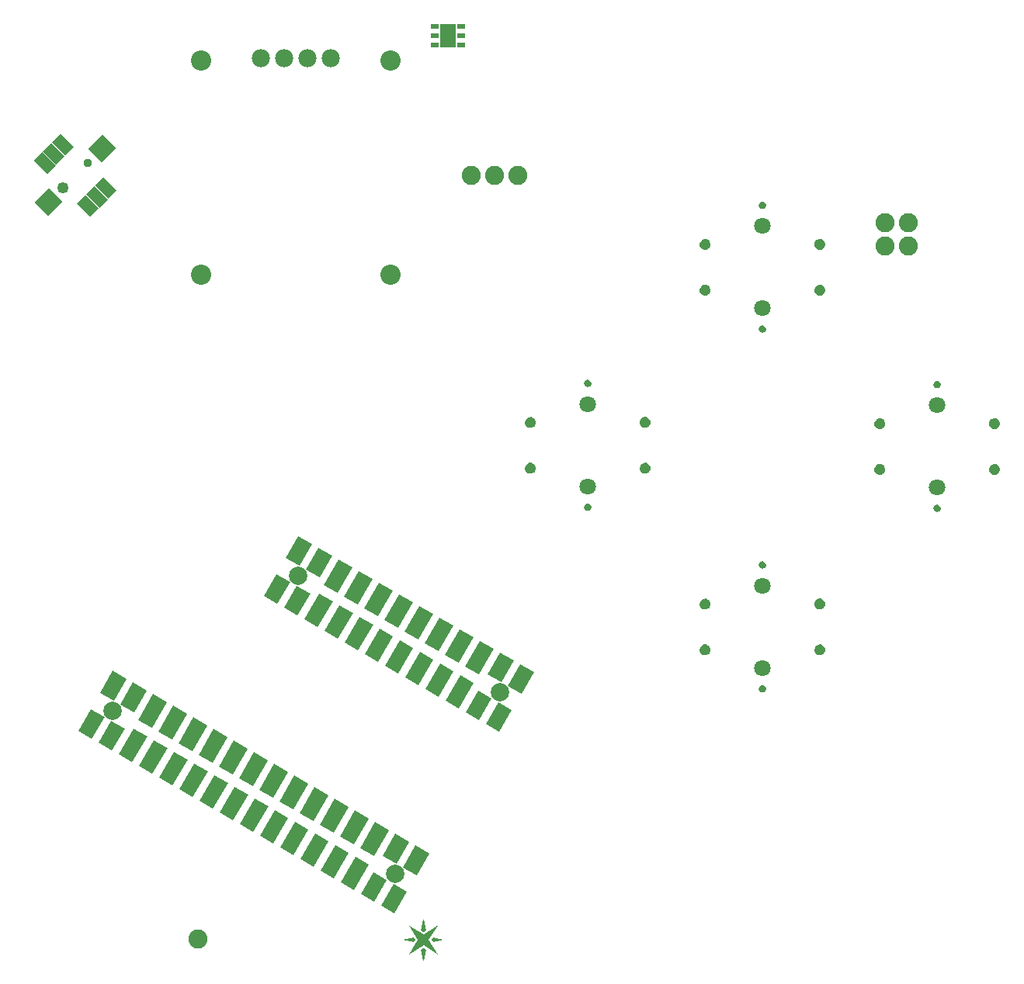
<source format=gbr>
G04 EAGLE Gerber RS-274X export*
G75*
%MOMM*%
%FSLAX34Y34*%
%LPD*%
%AMOC8*
5,1,8,0,0,1.08239X$1,22.5*%
G01*
%ADD10C,1.803200*%
%ADD11C,2.082800*%
%ADD12R,2.053200X1.303200*%
%ADD13R,2.103200X2.203200*%
%ADD14C,0.953200*%
%ADD15C,1.253200*%
%ADD16R,1.700000X2.600000*%
%ADD17R,0.950000X0.550000*%
%ADD18C,1.981200*%
%ADD19C,2.203200*%
%ADD20R,2.743200X1.727200*%
%ADD21R,3.251200X1.727200*%
%ADD22C,2.003200*%

G36*
X535179Y63890D02*
X535179Y63890D01*
X535205Y63885D01*
X535225Y63899D01*
X535249Y63904D01*
X535264Y63926D01*
X535285Y63942D01*
X535289Y63966D01*
X535302Y63986D01*
X535297Y64015D01*
X535300Y64039D01*
X535289Y64056D01*
X535285Y64076D01*
X525167Y80011D01*
X534777Y95437D01*
X534781Y95460D01*
X534794Y95480D01*
X534788Y95507D01*
X534793Y95535D01*
X534778Y95553D01*
X534774Y95576D01*
X534750Y95591D01*
X534733Y95613D01*
X534710Y95616D01*
X534690Y95629D01*
X534661Y95622D01*
X534636Y95625D01*
X534620Y95614D01*
X534601Y95610D01*
X519429Y85748D01*
X504003Y95357D01*
X503980Y95361D01*
X503962Y95374D01*
X503934Y95368D01*
X503905Y95373D01*
X503887Y95359D01*
X503865Y95354D01*
X503850Y95330D01*
X503827Y95313D01*
X503824Y95291D01*
X503812Y95272D01*
X503818Y95241D01*
X503815Y95216D01*
X503826Y95201D01*
X503829Y95182D01*
X513439Y80009D01*
X503828Y64328D01*
X503825Y64305D01*
X503812Y64286D01*
X503818Y64258D01*
X503814Y64231D01*
X503828Y64212D01*
X503833Y64189D01*
X503857Y64175D01*
X503874Y64152D01*
X503897Y64150D01*
X503916Y64137D01*
X503946Y64144D01*
X503971Y64141D01*
X503987Y64152D01*
X504005Y64156D01*
X519430Y74271D01*
X535108Y63903D01*
X535132Y63898D01*
X535152Y63884D01*
X535179Y63890D01*
G37*
G36*
X951503Y833128D02*
X951503Y833128D01*
X951592Y833126D01*
X952782Y833283D01*
X952830Y833298D01*
X952920Y833317D01*
X954045Y833735D01*
X954089Y833761D01*
X954172Y833799D01*
X955176Y834457D01*
X955213Y834492D01*
X955286Y834548D01*
X956118Y835412D01*
X956146Y835454D01*
X956205Y835525D01*
X956824Y836553D01*
X956842Y836601D01*
X956883Y836682D01*
X957258Y837823D01*
X957265Y837873D01*
X957287Y837962D01*
X957399Y839157D01*
X957394Y839207D01*
X957396Y839296D01*
X957249Y840447D01*
X957234Y840495D01*
X957216Y840585D01*
X956817Y841675D01*
X956791Y841718D01*
X956753Y841802D01*
X956121Y842775D01*
X956087Y842812D01*
X956031Y842885D01*
X955199Y843693D01*
X955157Y843722D01*
X955086Y843780D01*
X954095Y844383D01*
X954048Y844401D01*
X953966Y844443D01*
X952865Y844810D01*
X952815Y844817D01*
X952726Y844840D01*
X951571Y844953D01*
X951521Y844949D01*
X951425Y844950D01*
X950227Y844789D01*
X950179Y844774D01*
X950089Y844755D01*
X948957Y844331D01*
X948913Y844306D01*
X948830Y844267D01*
X947820Y843602D01*
X947784Y843567D01*
X947711Y843511D01*
X946875Y842639D01*
X946847Y842597D01*
X946788Y842526D01*
X946167Y841489D01*
X946149Y841442D01*
X946108Y841360D01*
X945733Y840210D01*
X945726Y840160D01*
X945704Y840071D01*
X945595Y838867D01*
X945599Y838817D01*
X945598Y838725D01*
X945753Y837577D01*
X945768Y837529D01*
X945787Y837440D01*
X946194Y836356D01*
X946220Y836312D01*
X946258Y836229D01*
X946896Y835263D01*
X946930Y835226D01*
X946987Y835154D01*
X947823Y834353D01*
X947865Y834325D01*
X947936Y834267D01*
X948930Y833673D01*
X948977Y833655D01*
X949059Y833614D01*
X950160Y833256D01*
X950210Y833249D01*
X950299Y833227D01*
X951452Y833123D01*
X951503Y833128D01*
G37*
G36*
X826484Y833102D02*
X826484Y833102D01*
X826574Y833101D01*
X827764Y833258D01*
X827812Y833273D01*
X827901Y833292D01*
X829027Y833710D01*
X829070Y833736D01*
X829153Y833774D01*
X830158Y834432D01*
X830194Y834466D01*
X830267Y834522D01*
X831099Y835387D01*
X831127Y835429D01*
X831186Y835500D01*
X831805Y836528D01*
X831823Y836575D01*
X831864Y836657D01*
X832239Y837797D01*
X832246Y837847D01*
X832268Y837936D01*
X832380Y839132D01*
X832376Y839182D01*
X832378Y839271D01*
X832231Y840422D01*
X832216Y840470D01*
X832197Y840560D01*
X831798Y841649D01*
X831772Y841693D01*
X831734Y841777D01*
X831102Y842750D01*
X831068Y842787D01*
X831012Y842860D01*
X830180Y843668D01*
X830138Y843696D01*
X830067Y843755D01*
X829076Y844358D01*
X829029Y844376D01*
X828947Y844418D01*
X827846Y844785D01*
X827796Y844792D01*
X827707Y844814D01*
X826552Y844927D01*
X826502Y844923D01*
X826406Y844925D01*
X825208Y844764D01*
X825160Y844748D01*
X825070Y844729D01*
X823938Y844306D01*
X823895Y844280D01*
X823811Y844242D01*
X822802Y843577D01*
X822765Y843542D01*
X822692Y843486D01*
X821856Y842613D01*
X821828Y842571D01*
X821770Y842500D01*
X821148Y841463D01*
X821130Y841416D01*
X821089Y841334D01*
X820714Y840185D01*
X820707Y840135D01*
X820686Y840046D01*
X820576Y838842D01*
X820580Y838791D01*
X820579Y838699D01*
X820734Y837552D01*
X820749Y837504D01*
X820769Y837414D01*
X821175Y836330D01*
X821201Y836287D01*
X821239Y836204D01*
X821877Y835237D01*
X821912Y835201D01*
X821968Y835128D01*
X822804Y834328D01*
X822847Y834300D01*
X822917Y834242D01*
X823911Y833648D01*
X823958Y833630D01*
X824040Y833589D01*
X825141Y833231D01*
X825191Y833224D01*
X825280Y833202D01*
X826434Y833098D01*
X826484Y833102D01*
G37*
G36*
X826458Y783191D02*
X826458Y783191D01*
X826548Y783190D01*
X827738Y783347D01*
X827786Y783362D01*
X827876Y783381D01*
X829001Y783799D01*
X829045Y783825D01*
X829128Y783863D01*
X830132Y784521D01*
X830169Y784555D01*
X830241Y784611D01*
X831074Y785476D01*
X831102Y785518D01*
X831160Y785589D01*
X831780Y786617D01*
X831798Y786664D01*
X831839Y786746D01*
X832214Y787886D01*
X832221Y787936D01*
X832243Y788025D01*
X832355Y789221D01*
X832350Y789271D01*
X832352Y789360D01*
X832205Y790511D01*
X832190Y790559D01*
X832172Y790649D01*
X831772Y791738D01*
X831747Y791782D01*
X831709Y791866D01*
X831077Y792839D01*
X831042Y792876D01*
X830987Y792949D01*
X830154Y793757D01*
X830112Y793785D01*
X830042Y793844D01*
X829050Y794447D01*
X829003Y794465D01*
X828922Y794507D01*
X827821Y794874D01*
X827771Y794881D01*
X827682Y794903D01*
X826527Y795016D01*
X826477Y795012D01*
X826381Y795014D01*
X825183Y794853D01*
X825135Y794837D01*
X825045Y794818D01*
X823913Y794395D01*
X823869Y794369D01*
X823786Y794331D01*
X822776Y793666D01*
X822739Y793631D01*
X822667Y793575D01*
X821830Y792702D01*
X821803Y792660D01*
X821744Y792589D01*
X821123Y791552D01*
X821105Y791505D01*
X821064Y791423D01*
X820689Y790274D01*
X820682Y790224D01*
X820660Y790135D01*
X820550Y788931D01*
X820555Y788880D01*
X820553Y788788D01*
X820709Y787641D01*
X820724Y787593D01*
X820743Y787503D01*
X821150Y786419D01*
X821175Y786376D01*
X821214Y786293D01*
X821852Y785326D01*
X821886Y785290D01*
X821942Y785217D01*
X822779Y784417D01*
X822821Y784389D01*
X822892Y784331D01*
X823886Y783737D01*
X823933Y783719D01*
X824015Y783678D01*
X825116Y783320D01*
X825166Y783313D01*
X825255Y783291D01*
X826408Y783187D01*
X826458Y783191D01*
G37*
G36*
X951553Y783140D02*
X951553Y783140D01*
X951643Y783139D01*
X952833Y783296D01*
X952881Y783311D01*
X952971Y783330D01*
X954096Y783748D01*
X954140Y783774D01*
X954223Y783812D01*
X955227Y784470D01*
X955264Y784504D01*
X955336Y784560D01*
X956169Y785425D01*
X956197Y785467D01*
X956255Y785538D01*
X956875Y786566D01*
X956893Y786613D01*
X956934Y786695D01*
X957309Y787836D01*
X957316Y787886D01*
X957338Y787975D01*
X957450Y789170D01*
X957445Y789220D01*
X957447Y789309D01*
X957300Y790460D01*
X957285Y790508D01*
X957267Y790598D01*
X956867Y791688D01*
X956842Y791731D01*
X956804Y791815D01*
X956172Y792788D01*
X956137Y792825D01*
X956082Y792898D01*
X955249Y793706D01*
X955207Y793734D01*
X955137Y793793D01*
X954145Y794396D01*
X954098Y794414D01*
X954017Y794456D01*
X952916Y794823D01*
X952866Y794830D01*
X952777Y794852D01*
X951622Y794965D01*
X951572Y794961D01*
X951476Y794963D01*
X950278Y794802D01*
X950230Y794787D01*
X950140Y794768D01*
X949008Y794344D01*
X948964Y794318D01*
X948881Y794280D01*
X947871Y793615D01*
X947834Y793580D01*
X947762Y793524D01*
X946925Y792651D01*
X946898Y792609D01*
X946839Y792539D01*
X946218Y791502D01*
X946200Y791454D01*
X946159Y791372D01*
X945784Y790223D01*
X945777Y790173D01*
X945755Y790084D01*
X945645Y788880D01*
X945650Y788830D01*
X945648Y788737D01*
X945804Y787590D01*
X945819Y787542D01*
X945838Y787452D01*
X946245Y786368D01*
X946270Y786325D01*
X946309Y786242D01*
X946947Y785275D01*
X946981Y785239D01*
X947037Y785166D01*
X947874Y784366D01*
X947916Y784338D01*
X947987Y784280D01*
X948981Y783686D01*
X949028Y783668D01*
X949110Y783627D01*
X950211Y783269D01*
X950261Y783262D01*
X950350Y783240D01*
X951503Y783136D01*
X951553Y783140D01*
G37*
G36*
X1016958Y587611D02*
X1016958Y587611D01*
X1017048Y587610D01*
X1018238Y587767D01*
X1018286Y587782D01*
X1018376Y587801D01*
X1019501Y588219D01*
X1019545Y588245D01*
X1019628Y588283D01*
X1020632Y588941D01*
X1020669Y588975D01*
X1020741Y589031D01*
X1021574Y589896D01*
X1021602Y589938D01*
X1021660Y590009D01*
X1022280Y591037D01*
X1022298Y591084D01*
X1022339Y591166D01*
X1022714Y592306D01*
X1022721Y592356D01*
X1022743Y592445D01*
X1022855Y593641D01*
X1022850Y593691D01*
X1022852Y593780D01*
X1022705Y594931D01*
X1022690Y594979D01*
X1022672Y595069D01*
X1022272Y596158D01*
X1022247Y596202D01*
X1022209Y596286D01*
X1021577Y597259D01*
X1021542Y597296D01*
X1021487Y597369D01*
X1020654Y598177D01*
X1020612Y598205D01*
X1020542Y598264D01*
X1019550Y598867D01*
X1019503Y598885D01*
X1019422Y598927D01*
X1018321Y599294D01*
X1018271Y599301D01*
X1018182Y599323D01*
X1017027Y599436D01*
X1016977Y599432D01*
X1016881Y599434D01*
X1015683Y599273D01*
X1015635Y599257D01*
X1015545Y599238D01*
X1014413Y598815D01*
X1014369Y598789D01*
X1014286Y598751D01*
X1013276Y598086D01*
X1013239Y598051D01*
X1013167Y597995D01*
X1012330Y597122D01*
X1012303Y597080D01*
X1012244Y597009D01*
X1011623Y595972D01*
X1011605Y595925D01*
X1011564Y595843D01*
X1011189Y594694D01*
X1011182Y594644D01*
X1011160Y594555D01*
X1011050Y593351D01*
X1011055Y593300D01*
X1011053Y593208D01*
X1011209Y592061D01*
X1011224Y592013D01*
X1011243Y591923D01*
X1011650Y590839D01*
X1011675Y590796D01*
X1011714Y590713D01*
X1012352Y589746D01*
X1012386Y589710D01*
X1012442Y589637D01*
X1013279Y588837D01*
X1013321Y588809D01*
X1013392Y588751D01*
X1014386Y588157D01*
X1014433Y588139D01*
X1014515Y588098D01*
X1015616Y587740D01*
X1015666Y587733D01*
X1015755Y587711D01*
X1016908Y587607D01*
X1016958Y587611D01*
G37*
G36*
X951553Y390710D02*
X951553Y390710D01*
X951643Y390709D01*
X952833Y390866D01*
X952881Y390881D01*
X952971Y390900D01*
X954096Y391318D01*
X954140Y391344D01*
X954223Y391382D01*
X955227Y392040D01*
X955264Y392074D01*
X955336Y392130D01*
X956169Y392995D01*
X956197Y393037D01*
X956255Y393108D01*
X956875Y394136D01*
X956893Y394183D01*
X956934Y394265D01*
X957309Y395406D01*
X957316Y395456D01*
X957338Y395545D01*
X957450Y396740D01*
X957445Y396790D01*
X957447Y396879D01*
X957300Y398030D01*
X957285Y398078D01*
X957267Y398168D01*
X956867Y399258D01*
X956842Y399301D01*
X956804Y399385D01*
X956172Y400358D01*
X956137Y400395D01*
X956082Y400468D01*
X955249Y401276D01*
X955207Y401304D01*
X955137Y401363D01*
X954145Y401966D01*
X954098Y401984D01*
X954017Y402026D01*
X952916Y402393D01*
X952866Y402400D01*
X952777Y402422D01*
X951622Y402535D01*
X951572Y402531D01*
X951476Y402533D01*
X950278Y402372D01*
X950230Y402357D01*
X950140Y402338D01*
X949008Y401914D01*
X948964Y401888D01*
X948881Y401850D01*
X947871Y401185D01*
X947834Y401150D01*
X947762Y401094D01*
X946925Y400221D01*
X946898Y400179D01*
X946839Y400109D01*
X946218Y399072D01*
X946200Y399024D01*
X946159Y398942D01*
X945784Y397793D01*
X945777Y397743D01*
X945755Y397654D01*
X945645Y396450D01*
X945650Y396400D01*
X945648Y396307D01*
X945804Y395160D01*
X945819Y395112D01*
X945838Y395022D01*
X946245Y393938D01*
X946270Y393895D01*
X946309Y393812D01*
X946947Y392845D01*
X946981Y392809D01*
X947037Y392736D01*
X947874Y391936D01*
X947916Y391908D01*
X947987Y391850D01*
X948981Y391256D01*
X949028Y391238D01*
X949110Y391197D01*
X950211Y390839D01*
X950261Y390832D01*
X950350Y390810D01*
X951503Y390706D01*
X951553Y390710D01*
G37*
G36*
X826458Y390761D02*
X826458Y390761D01*
X826548Y390760D01*
X827738Y390917D01*
X827786Y390932D01*
X827876Y390951D01*
X829001Y391369D01*
X829045Y391395D01*
X829128Y391433D01*
X830132Y392091D01*
X830169Y392125D01*
X830241Y392181D01*
X831074Y393046D01*
X831102Y393088D01*
X831160Y393159D01*
X831780Y394187D01*
X831798Y394234D01*
X831839Y394316D01*
X832214Y395456D01*
X832221Y395506D01*
X832243Y395595D01*
X832355Y396791D01*
X832350Y396841D01*
X832352Y396930D01*
X832205Y398081D01*
X832190Y398129D01*
X832172Y398219D01*
X831772Y399308D01*
X831747Y399352D01*
X831709Y399436D01*
X831077Y400409D01*
X831042Y400446D01*
X830987Y400519D01*
X830154Y401327D01*
X830112Y401355D01*
X830042Y401414D01*
X829050Y402017D01*
X829003Y402035D01*
X828922Y402077D01*
X827821Y402444D01*
X827771Y402451D01*
X827682Y402473D01*
X826527Y402586D01*
X826477Y402582D01*
X826381Y402584D01*
X825183Y402423D01*
X825135Y402407D01*
X825045Y402388D01*
X823913Y401965D01*
X823869Y401939D01*
X823786Y401901D01*
X822776Y401236D01*
X822739Y401201D01*
X822667Y401145D01*
X821830Y400272D01*
X821803Y400230D01*
X821744Y400159D01*
X821123Y399122D01*
X821105Y399075D01*
X821064Y398993D01*
X820689Y397844D01*
X820682Y397794D01*
X820660Y397705D01*
X820550Y396501D01*
X820555Y396450D01*
X820553Y396358D01*
X820709Y395211D01*
X820724Y395163D01*
X820743Y395073D01*
X821150Y393989D01*
X821175Y393946D01*
X821214Y393863D01*
X821852Y392896D01*
X821886Y392860D01*
X821942Y392787D01*
X822779Y391987D01*
X822821Y391959D01*
X822892Y391901D01*
X823886Y391307D01*
X823933Y391289D01*
X824015Y391248D01*
X825116Y390890D01*
X825166Y390883D01*
X825255Y390861D01*
X826408Y390757D01*
X826458Y390761D01*
G37*
G36*
X761003Y638818D02*
X761003Y638818D01*
X761092Y638816D01*
X762282Y638973D01*
X762330Y638988D01*
X762420Y639007D01*
X763545Y639425D01*
X763589Y639451D01*
X763672Y639489D01*
X764676Y640147D01*
X764713Y640182D01*
X764786Y640238D01*
X765618Y641102D01*
X765646Y641144D01*
X765705Y641215D01*
X766324Y642243D01*
X766342Y642291D01*
X766383Y642372D01*
X766758Y643513D01*
X766765Y643563D01*
X766787Y643652D01*
X766899Y644847D01*
X766894Y644897D01*
X766896Y644986D01*
X766749Y646137D01*
X766734Y646185D01*
X766716Y646275D01*
X766317Y647365D01*
X766291Y647408D01*
X766253Y647492D01*
X765621Y648465D01*
X765587Y648502D01*
X765531Y648575D01*
X764699Y649383D01*
X764657Y649412D01*
X764586Y649470D01*
X763595Y650073D01*
X763548Y650091D01*
X763466Y650133D01*
X762365Y650500D01*
X762315Y650507D01*
X762226Y650530D01*
X761071Y650643D01*
X761021Y650639D01*
X760925Y650640D01*
X759727Y650479D01*
X759679Y650464D01*
X759589Y650445D01*
X758457Y650021D01*
X758413Y649996D01*
X758330Y649957D01*
X757320Y649292D01*
X757284Y649257D01*
X757211Y649201D01*
X756375Y648329D01*
X756347Y648287D01*
X756288Y648216D01*
X755667Y647179D01*
X755649Y647132D01*
X755608Y647050D01*
X755233Y645900D01*
X755226Y645850D01*
X755204Y645761D01*
X755095Y644557D01*
X755099Y644507D01*
X755098Y644415D01*
X755253Y643267D01*
X755268Y643219D01*
X755287Y643130D01*
X755694Y642046D01*
X755720Y642002D01*
X755758Y641919D01*
X756396Y640953D01*
X756430Y640916D01*
X756487Y640844D01*
X757323Y640043D01*
X757365Y640015D01*
X757436Y639957D01*
X758430Y639363D01*
X758477Y639345D01*
X758559Y639304D01*
X759660Y638946D01*
X759710Y638939D01*
X759799Y638917D01*
X760952Y638813D01*
X761003Y638818D01*
G37*
G36*
X635984Y638792D02*
X635984Y638792D01*
X636074Y638791D01*
X637264Y638948D01*
X637312Y638963D01*
X637401Y638982D01*
X638527Y639400D01*
X638570Y639426D01*
X638653Y639464D01*
X639658Y640122D01*
X639694Y640156D01*
X639767Y640212D01*
X640599Y641077D01*
X640627Y641119D01*
X640686Y641190D01*
X641305Y642218D01*
X641323Y642265D01*
X641364Y642347D01*
X641739Y643487D01*
X641746Y643537D01*
X641768Y643626D01*
X641880Y644822D01*
X641876Y644872D01*
X641878Y644961D01*
X641731Y646112D01*
X641716Y646160D01*
X641697Y646250D01*
X641298Y647339D01*
X641272Y647383D01*
X641234Y647467D01*
X640602Y648440D01*
X640568Y648477D01*
X640512Y648550D01*
X639680Y649358D01*
X639638Y649386D01*
X639567Y649445D01*
X638576Y650048D01*
X638529Y650066D01*
X638447Y650108D01*
X637346Y650475D01*
X637296Y650482D01*
X637207Y650504D01*
X636052Y650617D01*
X636002Y650613D01*
X635906Y650615D01*
X634708Y650454D01*
X634660Y650438D01*
X634570Y650419D01*
X633438Y649996D01*
X633395Y649970D01*
X633311Y649932D01*
X632302Y649267D01*
X632265Y649232D01*
X632192Y649176D01*
X631356Y648303D01*
X631328Y648261D01*
X631270Y648190D01*
X630648Y647153D01*
X630630Y647106D01*
X630589Y647024D01*
X630214Y645875D01*
X630207Y645825D01*
X630186Y645736D01*
X630076Y644532D01*
X630080Y644481D01*
X630079Y644389D01*
X630234Y643242D01*
X630249Y643194D01*
X630269Y643104D01*
X630675Y642020D01*
X630701Y641977D01*
X630739Y641894D01*
X631377Y640927D01*
X631412Y640891D01*
X631468Y640818D01*
X632304Y640018D01*
X632347Y639990D01*
X632417Y639932D01*
X633411Y639338D01*
X633458Y639320D01*
X633540Y639279D01*
X634641Y638921D01*
X634691Y638914D01*
X634780Y638892D01*
X635934Y638788D01*
X635984Y638792D01*
G37*
G36*
X1142003Y637548D02*
X1142003Y637548D01*
X1142092Y637546D01*
X1143282Y637703D01*
X1143330Y637718D01*
X1143420Y637737D01*
X1144545Y638155D01*
X1144589Y638181D01*
X1144672Y638219D01*
X1145676Y638877D01*
X1145713Y638912D01*
X1145786Y638968D01*
X1146618Y639832D01*
X1146646Y639874D01*
X1146705Y639945D01*
X1147324Y640973D01*
X1147342Y641021D01*
X1147383Y641102D01*
X1147758Y642243D01*
X1147765Y642293D01*
X1147787Y642382D01*
X1147899Y643577D01*
X1147894Y643627D01*
X1147896Y643716D01*
X1147749Y644867D01*
X1147734Y644915D01*
X1147716Y645005D01*
X1147317Y646095D01*
X1147291Y646138D01*
X1147253Y646222D01*
X1146621Y647195D01*
X1146587Y647232D01*
X1146531Y647305D01*
X1145699Y648113D01*
X1145657Y648142D01*
X1145586Y648200D01*
X1144595Y648803D01*
X1144548Y648821D01*
X1144466Y648863D01*
X1143365Y649230D01*
X1143315Y649237D01*
X1143226Y649260D01*
X1142071Y649373D01*
X1142021Y649369D01*
X1141925Y649370D01*
X1140727Y649209D01*
X1140679Y649194D01*
X1140589Y649175D01*
X1139457Y648751D01*
X1139413Y648726D01*
X1139330Y648687D01*
X1138320Y648022D01*
X1138284Y647987D01*
X1138211Y647931D01*
X1137375Y647059D01*
X1137347Y647017D01*
X1137288Y646946D01*
X1136667Y645909D01*
X1136649Y645862D01*
X1136608Y645780D01*
X1136233Y644630D01*
X1136226Y644580D01*
X1136204Y644491D01*
X1136095Y643287D01*
X1136099Y643237D01*
X1136098Y643145D01*
X1136253Y641997D01*
X1136268Y641949D01*
X1136287Y641860D01*
X1136694Y640776D01*
X1136720Y640732D01*
X1136758Y640649D01*
X1137396Y639683D01*
X1137430Y639646D01*
X1137487Y639574D01*
X1138323Y638773D01*
X1138365Y638745D01*
X1138436Y638687D01*
X1139430Y638093D01*
X1139477Y638075D01*
X1139559Y638034D01*
X1140660Y637676D01*
X1140710Y637669D01*
X1140799Y637647D01*
X1141952Y637543D01*
X1142003Y637548D01*
G37*
G36*
X1016984Y637522D02*
X1016984Y637522D01*
X1017074Y637521D01*
X1018264Y637678D01*
X1018312Y637693D01*
X1018401Y637712D01*
X1019527Y638130D01*
X1019570Y638156D01*
X1019653Y638194D01*
X1020658Y638852D01*
X1020694Y638886D01*
X1020767Y638942D01*
X1021599Y639807D01*
X1021627Y639849D01*
X1021686Y639920D01*
X1022305Y640948D01*
X1022323Y640995D01*
X1022364Y641077D01*
X1022739Y642217D01*
X1022746Y642267D01*
X1022768Y642356D01*
X1022880Y643552D01*
X1022876Y643602D01*
X1022878Y643691D01*
X1022731Y644842D01*
X1022716Y644890D01*
X1022697Y644980D01*
X1022298Y646069D01*
X1022272Y646113D01*
X1022234Y646197D01*
X1021602Y647170D01*
X1021568Y647207D01*
X1021512Y647280D01*
X1020680Y648088D01*
X1020638Y648116D01*
X1020567Y648175D01*
X1019576Y648778D01*
X1019529Y648796D01*
X1019447Y648838D01*
X1018346Y649205D01*
X1018296Y649212D01*
X1018207Y649234D01*
X1017052Y649347D01*
X1017002Y649343D01*
X1016906Y649345D01*
X1015708Y649184D01*
X1015660Y649168D01*
X1015570Y649149D01*
X1014438Y648726D01*
X1014395Y648700D01*
X1014311Y648662D01*
X1013302Y647997D01*
X1013265Y647962D01*
X1013192Y647906D01*
X1012356Y647033D01*
X1012328Y646991D01*
X1012270Y646920D01*
X1011648Y645883D01*
X1011630Y645836D01*
X1011589Y645754D01*
X1011214Y644605D01*
X1011207Y644555D01*
X1011186Y644466D01*
X1011076Y643262D01*
X1011080Y643211D01*
X1011079Y643119D01*
X1011234Y641972D01*
X1011249Y641924D01*
X1011269Y641834D01*
X1011675Y640750D01*
X1011701Y640707D01*
X1011739Y640624D01*
X1012377Y639657D01*
X1012412Y639621D01*
X1012468Y639548D01*
X1013304Y638748D01*
X1013347Y638720D01*
X1013417Y638662D01*
X1014411Y638068D01*
X1014458Y638050D01*
X1014540Y638009D01*
X1015641Y637651D01*
X1015691Y637644D01*
X1015780Y637622D01*
X1016934Y637518D01*
X1016984Y637522D01*
G37*
G36*
X635958Y588881D02*
X635958Y588881D01*
X636048Y588880D01*
X637238Y589037D01*
X637286Y589052D01*
X637376Y589071D01*
X638501Y589489D01*
X638545Y589515D01*
X638628Y589553D01*
X639632Y590211D01*
X639669Y590245D01*
X639741Y590301D01*
X640574Y591166D01*
X640602Y591208D01*
X640660Y591279D01*
X641280Y592307D01*
X641298Y592354D01*
X641339Y592436D01*
X641714Y593576D01*
X641721Y593626D01*
X641743Y593715D01*
X641855Y594911D01*
X641850Y594961D01*
X641852Y595050D01*
X641705Y596201D01*
X641690Y596249D01*
X641672Y596339D01*
X641272Y597428D01*
X641247Y597472D01*
X641209Y597556D01*
X640577Y598529D01*
X640542Y598566D01*
X640487Y598639D01*
X639654Y599447D01*
X639612Y599475D01*
X639542Y599534D01*
X638550Y600137D01*
X638503Y600155D01*
X638422Y600197D01*
X637321Y600564D01*
X637271Y600571D01*
X637182Y600593D01*
X636027Y600706D01*
X635977Y600702D01*
X635881Y600704D01*
X634683Y600543D01*
X634635Y600527D01*
X634545Y600508D01*
X633413Y600085D01*
X633369Y600059D01*
X633286Y600021D01*
X632276Y599356D01*
X632239Y599321D01*
X632167Y599265D01*
X631330Y598392D01*
X631303Y598350D01*
X631244Y598279D01*
X630623Y597242D01*
X630605Y597195D01*
X630564Y597113D01*
X630189Y595964D01*
X630182Y595914D01*
X630160Y595825D01*
X630050Y594621D01*
X630055Y594570D01*
X630053Y594478D01*
X630209Y593331D01*
X630224Y593283D01*
X630243Y593193D01*
X630650Y592109D01*
X630675Y592066D01*
X630714Y591983D01*
X631352Y591016D01*
X631386Y590980D01*
X631442Y590907D01*
X632279Y590107D01*
X632321Y590079D01*
X632392Y590021D01*
X633386Y589427D01*
X633433Y589409D01*
X633515Y589368D01*
X634616Y589010D01*
X634666Y589003D01*
X634755Y588981D01*
X635908Y588877D01*
X635958Y588881D01*
G37*
G36*
X761053Y588830D02*
X761053Y588830D01*
X761143Y588829D01*
X762333Y588986D01*
X762381Y589001D01*
X762471Y589020D01*
X763596Y589438D01*
X763640Y589464D01*
X763723Y589502D01*
X764727Y590160D01*
X764764Y590194D01*
X764836Y590250D01*
X765669Y591115D01*
X765697Y591157D01*
X765755Y591228D01*
X766375Y592256D01*
X766393Y592303D01*
X766434Y592385D01*
X766809Y593526D01*
X766816Y593576D01*
X766838Y593665D01*
X766950Y594860D01*
X766945Y594910D01*
X766947Y594999D01*
X766800Y596150D01*
X766785Y596198D01*
X766767Y596288D01*
X766367Y597378D01*
X766342Y597421D01*
X766304Y597505D01*
X765672Y598478D01*
X765637Y598515D01*
X765582Y598588D01*
X764749Y599396D01*
X764707Y599424D01*
X764637Y599483D01*
X763645Y600086D01*
X763598Y600104D01*
X763517Y600146D01*
X762416Y600513D01*
X762366Y600520D01*
X762277Y600542D01*
X761122Y600655D01*
X761072Y600651D01*
X760976Y600653D01*
X759778Y600492D01*
X759730Y600477D01*
X759640Y600458D01*
X758508Y600034D01*
X758464Y600008D01*
X758381Y599970D01*
X757371Y599305D01*
X757334Y599270D01*
X757262Y599214D01*
X756425Y598341D01*
X756398Y598299D01*
X756339Y598229D01*
X755718Y597192D01*
X755700Y597144D01*
X755659Y597062D01*
X755284Y595913D01*
X755277Y595863D01*
X755255Y595774D01*
X755145Y594570D01*
X755150Y594520D01*
X755148Y594427D01*
X755304Y593280D01*
X755319Y593232D01*
X755338Y593142D01*
X755745Y592058D01*
X755770Y592015D01*
X755809Y591932D01*
X756447Y590965D01*
X756481Y590929D01*
X756537Y590856D01*
X757374Y590056D01*
X757416Y590028D01*
X757487Y589970D01*
X758481Y589376D01*
X758528Y589358D01*
X758610Y589317D01*
X759711Y588959D01*
X759761Y588952D01*
X759850Y588930D01*
X761003Y588826D01*
X761053Y588830D01*
G37*
G36*
X826484Y440672D02*
X826484Y440672D01*
X826574Y440671D01*
X827764Y440828D01*
X827812Y440843D01*
X827901Y440862D01*
X829027Y441280D01*
X829070Y441306D01*
X829153Y441344D01*
X830158Y442002D01*
X830194Y442036D01*
X830267Y442092D01*
X831099Y442957D01*
X831127Y442999D01*
X831186Y443070D01*
X831805Y444098D01*
X831823Y444145D01*
X831864Y444227D01*
X832239Y445367D01*
X832246Y445417D01*
X832268Y445506D01*
X832380Y446702D01*
X832376Y446752D01*
X832378Y446841D01*
X832231Y447992D01*
X832216Y448040D01*
X832197Y448130D01*
X831798Y449219D01*
X831772Y449263D01*
X831734Y449347D01*
X831102Y450320D01*
X831068Y450357D01*
X831012Y450430D01*
X830180Y451238D01*
X830138Y451266D01*
X830067Y451325D01*
X829076Y451928D01*
X829029Y451946D01*
X828947Y451988D01*
X827846Y452355D01*
X827796Y452362D01*
X827707Y452384D01*
X826552Y452497D01*
X826502Y452493D01*
X826406Y452495D01*
X825208Y452334D01*
X825160Y452318D01*
X825070Y452299D01*
X823938Y451876D01*
X823895Y451850D01*
X823811Y451812D01*
X822802Y451147D01*
X822765Y451112D01*
X822692Y451056D01*
X821856Y450183D01*
X821828Y450141D01*
X821770Y450070D01*
X821148Y449033D01*
X821130Y448986D01*
X821089Y448904D01*
X820714Y447755D01*
X820707Y447705D01*
X820686Y447616D01*
X820576Y446412D01*
X820580Y446361D01*
X820579Y446269D01*
X820734Y445122D01*
X820749Y445074D01*
X820769Y444984D01*
X821175Y443900D01*
X821201Y443857D01*
X821239Y443774D01*
X821877Y442807D01*
X821912Y442771D01*
X821968Y442698D01*
X822804Y441898D01*
X822847Y441870D01*
X822917Y441812D01*
X823911Y441218D01*
X823958Y441200D01*
X824040Y441159D01*
X825141Y440801D01*
X825191Y440794D01*
X825280Y440772D01*
X826434Y440668D01*
X826484Y440672D01*
G37*
G36*
X1142053Y587560D02*
X1142053Y587560D01*
X1142143Y587559D01*
X1143333Y587716D01*
X1143381Y587731D01*
X1143471Y587750D01*
X1144596Y588168D01*
X1144640Y588194D01*
X1144723Y588232D01*
X1145727Y588890D01*
X1145764Y588924D01*
X1145836Y588980D01*
X1146669Y589845D01*
X1146697Y589887D01*
X1146755Y589958D01*
X1147375Y590986D01*
X1147393Y591033D01*
X1147434Y591115D01*
X1147809Y592256D01*
X1147816Y592306D01*
X1147838Y592395D01*
X1147950Y593590D01*
X1147945Y593640D01*
X1147947Y593729D01*
X1147800Y594880D01*
X1147785Y594928D01*
X1147767Y595018D01*
X1147367Y596108D01*
X1147342Y596151D01*
X1147304Y596235D01*
X1146672Y597208D01*
X1146637Y597245D01*
X1146582Y597318D01*
X1145749Y598126D01*
X1145707Y598154D01*
X1145637Y598213D01*
X1144645Y598816D01*
X1144598Y598834D01*
X1144517Y598876D01*
X1143416Y599243D01*
X1143366Y599250D01*
X1143277Y599272D01*
X1142122Y599385D01*
X1142072Y599381D01*
X1141976Y599383D01*
X1140778Y599222D01*
X1140730Y599207D01*
X1140640Y599188D01*
X1139508Y598764D01*
X1139464Y598738D01*
X1139381Y598700D01*
X1138371Y598035D01*
X1138334Y598000D01*
X1138262Y597944D01*
X1137425Y597071D01*
X1137398Y597029D01*
X1137339Y596959D01*
X1136718Y595922D01*
X1136700Y595874D01*
X1136659Y595792D01*
X1136284Y594643D01*
X1136277Y594593D01*
X1136255Y594504D01*
X1136145Y593300D01*
X1136150Y593250D01*
X1136148Y593157D01*
X1136304Y592010D01*
X1136319Y591962D01*
X1136338Y591872D01*
X1136745Y590788D01*
X1136770Y590745D01*
X1136809Y590662D01*
X1137447Y589695D01*
X1137481Y589659D01*
X1137537Y589586D01*
X1138374Y588786D01*
X1138416Y588758D01*
X1138487Y588700D01*
X1139481Y588106D01*
X1139528Y588088D01*
X1139610Y588047D01*
X1140711Y587689D01*
X1140761Y587682D01*
X1140850Y587660D01*
X1142003Y587556D01*
X1142053Y587560D01*
G37*
G36*
X951503Y440698D02*
X951503Y440698D01*
X951592Y440696D01*
X952782Y440853D01*
X952830Y440868D01*
X952920Y440887D01*
X954045Y441305D01*
X954089Y441331D01*
X954172Y441369D01*
X955176Y442027D01*
X955213Y442062D01*
X955286Y442118D01*
X956118Y442982D01*
X956146Y443024D01*
X956205Y443095D01*
X956824Y444123D01*
X956842Y444171D01*
X956883Y444252D01*
X957258Y445393D01*
X957265Y445443D01*
X957287Y445532D01*
X957399Y446727D01*
X957394Y446777D01*
X957396Y446866D01*
X957249Y448017D01*
X957234Y448065D01*
X957216Y448155D01*
X956817Y449245D01*
X956791Y449288D01*
X956753Y449372D01*
X956121Y450345D01*
X956087Y450382D01*
X956031Y450455D01*
X955199Y451263D01*
X955157Y451292D01*
X955086Y451350D01*
X954095Y451953D01*
X954048Y451971D01*
X953966Y452013D01*
X952865Y452380D01*
X952815Y452387D01*
X952726Y452410D01*
X951571Y452523D01*
X951521Y452519D01*
X951425Y452520D01*
X950227Y452359D01*
X950179Y452344D01*
X950089Y452325D01*
X948957Y451901D01*
X948913Y451876D01*
X948830Y451837D01*
X947820Y451172D01*
X947784Y451137D01*
X947711Y451081D01*
X946875Y450209D01*
X946847Y450167D01*
X946788Y450096D01*
X946167Y449059D01*
X946149Y449012D01*
X946108Y448930D01*
X945733Y447780D01*
X945726Y447730D01*
X945704Y447641D01*
X945595Y446437D01*
X945599Y446387D01*
X945598Y446295D01*
X945753Y445147D01*
X945768Y445099D01*
X945787Y445010D01*
X946194Y443926D01*
X946220Y443882D01*
X946258Y443799D01*
X946896Y442833D01*
X946930Y442796D01*
X946987Y442724D01*
X947823Y441923D01*
X947865Y441895D01*
X947936Y441837D01*
X948930Y441243D01*
X948977Y441225D01*
X949059Y441184D01*
X950160Y440826D01*
X950210Y440819D01*
X950299Y440797D01*
X951452Y440693D01*
X951503Y440698D01*
G37*
G36*
X1079491Y547073D02*
X1079491Y547073D01*
X1079571Y547070D01*
X1080306Y547153D01*
X1080354Y547167D01*
X1080444Y547184D01*
X1081142Y547429D01*
X1081186Y547453D01*
X1081270Y547490D01*
X1081896Y547884D01*
X1081934Y547918D01*
X1082007Y547972D01*
X1082530Y548495D01*
X1082559Y548536D01*
X1082619Y548606D01*
X1083012Y549232D01*
X1083031Y549279D01*
X1083037Y549290D01*
X1083042Y549297D01*
X1083045Y549306D01*
X1083074Y549360D01*
X1083318Y550058D01*
X1083326Y550108D01*
X1083333Y550136D01*
X1083336Y550143D01*
X1083336Y550145D01*
X1083349Y550196D01*
X1083432Y550931D01*
X1083429Y550981D01*
X1083431Y551085D01*
X1083318Y551940D01*
X1083305Y551982D01*
X1083275Y552100D01*
X1082946Y552896D01*
X1082921Y552934D01*
X1082863Y553039D01*
X1082338Y553723D01*
X1082305Y553753D01*
X1082221Y553840D01*
X1082127Y553912D01*
X1082127Y553913D01*
X1081537Y554365D01*
X1081497Y554386D01*
X1081394Y554448D01*
X1080597Y554778D01*
X1080553Y554787D01*
X1080437Y554821D01*
X1079583Y554933D01*
X1079551Y554932D01*
X1079406Y554931D01*
X1078646Y554817D01*
X1078598Y554801D01*
X1078509Y554780D01*
X1077793Y554500D01*
X1077750Y554474D01*
X1077668Y554434D01*
X1077033Y554001D01*
X1076997Y553966D01*
X1076925Y553908D01*
X1076402Y553345D01*
X1076375Y553303D01*
X1076318Y553231D01*
X1075933Y552566D01*
X1075916Y552518D01*
X1075876Y552436D01*
X1075650Y551702D01*
X1075644Y551652D01*
X1075640Y551635D01*
X1075628Y551599D01*
X1075628Y551584D01*
X1075623Y551562D01*
X1075566Y550796D01*
X1075571Y550747D01*
X1075573Y550640D01*
X1075714Y549823D01*
X1075729Y549781D01*
X1075763Y549665D01*
X1076111Y548912D01*
X1076137Y548875D01*
X1076200Y548772D01*
X1076730Y548134D01*
X1076765Y548106D01*
X1076852Y548022D01*
X1077530Y547544D01*
X1077571Y547525D01*
X1077676Y547467D01*
X1078455Y547180D01*
X1078499Y547173D01*
X1078616Y547144D01*
X1079442Y547069D01*
X1079491Y547073D01*
G37*
G36*
X888991Y485275D02*
X888991Y485275D01*
X889071Y485272D01*
X889806Y485355D01*
X889854Y485369D01*
X889944Y485386D01*
X890642Y485630D01*
X890686Y485655D01*
X890770Y485692D01*
X891396Y486085D01*
X891434Y486119D01*
X891507Y486174D01*
X892030Y486697D01*
X892059Y486738D01*
X892119Y486808D01*
X892512Y487434D01*
X892531Y487481D01*
X892537Y487492D01*
X892542Y487499D01*
X892545Y487508D01*
X892574Y487562D01*
X892818Y488260D01*
X892826Y488310D01*
X892833Y488338D01*
X892836Y488345D01*
X892836Y488347D01*
X892849Y488398D01*
X892932Y489133D01*
X892929Y489182D01*
X892931Y489287D01*
X892818Y490141D01*
X892805Y490184D01*
X892775Y490301D01*
X892446Y491098D01*
X892421Y491136D01*
X892363Y491241D01*
X891838Y491925D01*
X891805Y491955D01*
X891721Y492042D01*
X891627Y492114D01*
X891037Y492567D01*
X890997Y492587D01*
X890894Y492650D01*
X890097Y492979D01*
X890053Y492989D01*
X889937Y493022D01*
X889083Y493135D01*
X889051Y493133D01*
X888906Y493133D01*
X888146Y493019D01*
X888098Y493003D01*
X888009Y492982D01*
X887293Y492702D01*
X887250Y492675D01*
X887168Y492636D01*
X886533Y492203D01*
X886497Y492168D01*
X886425Y492110D01*
X885902Y491547D01*
X885875Y491505D01*
X885818Y491433D01*
X885433Y490768D01*
X885416Y490720D01*
X885376Y490638D01*
X885150Y489903D01*
X885144Y489853D01*
X885140Y489837D01*
X885128Y489801D01*
X885128Y489786D01*
X885123Y489764D01*
X885066Y488998D01*
X885071Y488949D01*
X885073Y488842D01*
X885214Y488025D01*
X885229Y487983D01*
X885263Y487867D01*
X885611Y487114D01*
X885637Y487077D01*
X885700Y486974D01*
X886230Y486336D01*
X886265Y486307D01*
X886352Y486224D01*
X887030Y485746D01*
X887071Y485727D01*
X887176Y485669D01*
X887955Y485382D01*
X887999Y485374D01*
X888116Y485346D01*
X888942Y485270D01*
X888991Y485275D01*
G37*
G36*
X698491Y548343D02*
X698491Y548343D01*
X698571Y548340D01*
X699306Y548423D01*
X699354Y548437D01*
X699444Y548454D01*
X700142Y548699D01*
X700186Y548723D01*
X700270Y548760D01*
X700896Y549154D01*
X700934Y549188D01*
X701007Y549242D01*
X701530Y549765D01*
X701559Y549806D01*
X701619Y549876D01*
X702012Y550502D01*
X702031Y550549D01*
X702037Y550560D01*
X702042Y550567D01*
X702045Y550576D01*
X702074Y550630D01*
X702318Y551328D01*
X702326Y551378D01*
X702333Y551406D01*
X702336Y551413D01*
X702336Y551415D01*
X702349Y551466D01*
X702432Y552201D01*
X702429Y552251D01*
X702431Y552355D01*
X702318Y553210D01*
X702305Y553252D01*
X702275Y553370D01*
X701946Y554166D01*
X701921Y554204D01*
X701863Y554309D01*
X701338Y554993D01*
X701305Y555023D01*
X701221Y555110D01*
X701127Y555182D01*
X701127Y555183D01*
X700537Y555635D01*
X700497Y555656D01*
X700394Y555718D01*
X699597Y556048D01*
X699553Y556057D01*
X699437Y556091D01*
X698583Y556203D01*
X698551Y556202D01*
X698406Y556201D01*
X697646Y556087D01*
X697598Y556071D01*
X697509Y556050D01*
X696793Y555770D01*
X696750Y555744D01*
X696668Y555704D01*
X696033Y555271D01*
X695997Y555236D01*
X695925Y555178D01*
X695402Y554615D01*
X695375Y554573D01*
X695318Y554501D01*
X694933Y553836D01*
X694916Y553788D01*
X694876Y553706D01*
X694650Y552972D01*
X694644Y552922D01*
X694640Y552905D01*
X694628Y552869D01*
X694628Y552854D01*
X694623Y552832D01*
X694566Y552066D01*
X694571Y552017D01*
X694573Y551910D01*
X694714Y551093D01*
X694729Y551051D01*
X694763Y550935D01*
X695111Y550182D01*
X695137Y550145D01*
X695200Y550042D01*
X695730Y549404D01*
X695765Y549376D01*
X695852Y549292D01*
X696530Y548814D01*
X696571Y548795D01*
X696676Y548737D01*
X697455Y548450D01*
X697499Y548443D01*
X697616Y548414D01*
X698442Y548339D01*
X698491Y548343D01*
G37*
G36*
X888991Y877705D02*
X888991Y877705D01*
X889071Y877702D01*
X889806Y877785D01*
X889854Y877799D01*
X889944Y877816D01*
X890642Y878060D01*
X890686Y878085D01*
X890770Y878122D01*
X891396Y878515D01*
X891434Y878549D01*
X891507Y878604D01*
X892030Y879127D01*
X892059Y879168D01*
X892119Y879238D01*
X892512Y879864D01*
X892531Y879911D01*
X892537Y879922D01*
X892542Y879929D01*
X892545Y879938D01*
X892574Y879992D01*
X892818Y880690D01*
X892826Y880740D01*
X892833Y880768D01*
X892836Y880775D01*
X892836Y880777D01*
X892849Y880828D01*
X892932Y881563D01*
X892929Y881612D01*
X892931Y881717D01*
X892818Y882571D01*
X892805Y882614D01*
X892775Y882731D01*
X892446Y883528D01*
X892421Y883566D01*
X892363Y883671D01*
X891838Y884355D01*
X891805Y884385D01*
X891721Y884472D01*
X891627Y884544D01*
X891037Y884997D01*
X890997Y885017D01*
X890894Y885080D01*
X890097Y885409D01*
X890053Y885419D01*
X889937Y885452D01*
X889083Y885565D01*
X889051Y885563D01*
X888906Y885563D01*
X888146Y885449D01*
X888098Y885433D01*
X888009Y885412D01*
X887293Y885132D01*
X887250Y885105D01*
X887168Y885066D01*
X886533Y884633D01*
X886497Y884598D01*
X886425Y884540D01*
X885902Y883977D01*
X885875Y883935D01*
X885818Y883863D01*
X885433Y883198D01*
X885416Y883150D01*
X885376Y883068D01*
X885150Y882333D01*
X885144Y882283D01*
X885140Y882267D01*
X885128Y882231D01*
X885128Y882216D01*
X885123Y882194D01*
X885066Y881428D01*
X885071Y881379D01*
X885073Y881272D01*
X885214Y880455D01*
X885229Y880413D01*
X885263Y880297D01*
X885611Y879544D01*
X885637Y879507D01*
X885700Y879404D01*
X886230Y878766D01*
X886265Y878737D01*
X886352Y878654D01*
X887030Y878176D01*
X887071Y878157D01*
X887176Y878099D01*
X887955Y877812D01*
X887999Y877804D01*
X888116Y877776D01*
X888942Y877700D01*
X888991Y877705D01*
G37*
G36*
X1079491Y682125D02*
X1079491Y682125D01*
X1079571Y682122D01*
X1080306Y682205D01*
X1080354Y682219D01*
X1080444Y682236D01*
X1081142Y682480D01*
X1081186Y682505D01*
X1081270Y682542D01*
X1081896Y682935D01*
X1081934Y682969D01*
X1082007Y683024D01*
X1082530Y683547D01*
X1082559Y683588D01*
X1082619Y683658D01*
X1083012Y684284D01*
X1083031Y684331D01*
X1083037Y684342D01*
X1083042Y684349D01*
X1083045Y684358D01*
X1083074Y684412D01*
X1083318Y685110D01*
X1083326Y685160D01*
X1083333Y685188D01*
X1083336Y685195D01*
X1083336Y685197D01*
X1083349Y685248D01*
X1083432Y685983D01*
X1083429Y686032D01*
X1083431Y686137D01*
X1083318Y686991D01*
X1083305Y687034D01*
X1083275Y687151D01*
X1082946Y687948D01*
X1082921Y687986D01*
X1082863Y688091D01*
X1082338Y688775D01*
X1082305Y688805D01*
X1082221Y688892D01*
X1082127Y688964D01*
X1081537Y689417D01*
X1081497Y689437D01*
X1081394Y689500D01*
X1080597Y689829D01*
X1080553Y689839D01*
X1080437Y689872D01*
X1079583Y689985D01*
X1079551Y689983D01*
X1079406Y689983D01*
X1078646Y689869D01*
X1078598Y689853D01*
X1078509Y689832D01*
X1077793Y689552D01*
X1077750Y689525D01*
X1077668Y689486D01*
X1077033Y689053D01*
X1076997Y689018D01*
X1076925Y688960D01*
X1076402Y688397D01*
X1076375Y688355D01*
X1076318Y688283D01*
X1075933Y687618D01*
X1075916Y687570D01*
X1075876Y687488D01*
X1075650Y686753D01*
X1075644Y686703D01*
X1075640Y686687D01*
X1075628Y686651D01*
X1075628Y686636D01*
X1075623Y686614D01*
X1075566Y685848D01*
X1075571Y685799D01*
X1075573Y685692D01*
X1075714Y684875D01*
X1075729Y684833D01*
X1075763Y684717D01*
X1076111Y683964D01*
X1076137Y683927D01*
X1076200Y683824D01*
X1076730Y683186D01*
X1076765Y683157D01*
X1076852Y683074D01*
X1077530Y682596D01*
X1077571Y682577D01*
X1077676Y682519D01*
X1078455Y682232D01*
X1078499Y682224D01*
X1078616Y682196D01*
X1079442Y682120D01*
X1079491Y682125D01*
G37*
G36*
X698491Y683395D02*
X698491Y683395D01*
X698571Y683392D01*
X699306Y683475D01*
X699354Y683489D01*
X699444Y683506D01*
X700142Y683750D01*
X700186Y683775D01*
X700270Y683812D01*
X700896Y684205D01*
X700934Y684239D01*
X701007Y684294D01*
X701530Y684817D01*
X701559Y684858D01*
X701619Y684928D01*
X702012Y685554D01*
X702031Y685601D01*
X702037Y685612D01*
X702042Y685619D01*
X702045Y685628D01*
X702074Y685682D01*
X702318Y686380D01*
X702326Y686430D01*
X702333Y686458D01*
X702336Y686465D01*
X702336Y686467D01*
X702349Y686518D01*
X702432Y687253D01*
X702429Y687302D01*
X702431Y687407D01*
X702318Y688261D01*
X702305Y688304D01*
X702275Y688421D01*
X701946Y689218D01*
X701921Y689256D01*
X701863Y689361D01*
X701338Y690045D01*
X701305Y690075D01*
X701221Y690162D01*
X701127Y690234D01*
X700537Y690687D01*
X700497Y690707D01*
X700394Y690770D01*
X699597Y691099D01*
X699553Y691109D01*
X699437Y691142D01*
X698583Y691255D01*
X698551Y691253D01*
X698406Y691253D01*
X697646Y691139D01*
X697598Y691123D01*
X697509Y691102D01*
X696793Y690822D01*
X696750Y690795D01*
X696668Y690756D01*
X696033Y690323D01*
X695997Y690288D01*
X695925Y690230D01*
X695402Y689667D01*
X695375Y689625D01*
X695318Y689553D01*
X694933Y688888D01*
X694916Y688840D01*
X694876Y688758D01*
X694650Y688023D01*
X694644Y687973D01*
X694640Y687957D01*
X694628Y687921D01*
X694628Y687906D01*
X694623Y687884D01*
X694566Y687118D01*
X694571Y687069D01*
X694573Y686962D01*
X694714Y686145D01*
X694729Y686103D01*
X694763Y685987D01*
X695111Y685234D01*
X695137Y685197D01*
X695200Y685094D01*
X695730Y684456D01*
X695765Y684427D01*
X695852Y684344D01*
X696530Y683866D01*
X696571Y683847D01*
X696676Y683789D01*
X697455Y683502D01*
X697499Y683494D01*
X697616Y683466D01*
X698442Y683390D01*
X698491Y683395D01*
G37*
G36*
X888991Y350223D02*
X888991Y350223D01*
X889071Y350220D01*
X889806Y350303D01*
X889854Y350317D01*
X889944Y350334D01*
X890642Y350579D01*
X890686Y350603D01*
X890770Y350640D01*
X891396Y351034D01*
X891434Y351068D01*
X891507Y351122D01*
X892030Y351645D01*
X892059Y351686D01*
X892119Y351756D01*
X892512Y352382D01*
X892531Y352429D01*
X892537Y352440D01*
X892542Y352447D01*
X892545Y352456D01*
X892574Y352510D01*
X892818Y353208D01*
X892826Y353258D01*
X892833Y353286D01*
X892836Y353293D01*
X892836Y353295D01*
X892849Y353346D01*
X892932Y354081D01*
X892929Y354131D01*
X892931Y354235D01*
X892818Y355090D01*
X892805Y355132D01*
X892775Y355250D01*
X892446Y356046D01*
X892421Y356084D01*
X892363Y356189D01*
X891838Y356873D01*
X891805Y356903D01*
X891721Y356990D01*
X891627Y357062D01*
X891627Y357063D01*
X891037Y357515D01*
X890997Y357536D01*
X890894Y357598D01*
X890097Y357928D01*
X890053Y357937D01*
X889937Y357971D01*
X889083Y358083D01*
X889051Y358082D01*
X888906Y358081D01*
X888146Y357967D01*
X888098Y357951D01*
X888009Y357930D01*
X887293Y357650D01*
X887250Y357624D01*
X887168Y357584D01*
X886533Y357151D01*
X886497Y357116D01*
X886425Y357058D01*
X885902Y356495D01*
X885875Y356453D01*
X885818Y356381D01*
X885433Y355716D01*
X885416Y355668D01*
X885376Y355586D01*
X885150Y354852D01*
X885144Y354802D01*
X885140Y354785D01*
X885128Y354749D01*
X885128Y354734D01*
X885123Y354712D01*
X885066Y353946D01*
X885071Y353897D01*
X885073Y353790D01*
X885214Y352973D01*
X885229Y352931D01*
X885263Y352815D01*
X885611Y352062D01*
X885637Y352025D01*
X885700Y351922D01*
X886230Y351284D01*
X886265Y351256D01*
X886352Y351172D01*
X887030Y350694D01*
X887071Y350675D01*
X887176Y350617D01*
X887955Y350330D01*
X887999Y350323D01*
X888116Y350294D01*
X888942Y350219D01*
X888991Y350223D01*
G37*
G36*
X888991Y742653D02*
X888991Y742653D01*
X889071Y742650D01*
X889806Y742733D01*
X889854Y742747D01*
X889944Y742764D01*
X890642Y743009D01*
X890686Y743033D01*
X890770Y743070D01*
X891396Y743464D01*
X891434Y743498D01*
X891507Y743552D01*
X892030Y744075D01*
X892059Y744116D01*
X892119Y744186D01*
X892512Y744812D01*
X892531Y744859D01*
X892537Y744870D01*
X892542Y744877D01*
X892545Y744886D01*
X892574Y744940D01*
X892818Y745638D01*
X892826Y745688D01*
X892833Y745716D01*
X892836Y745723D01*
X892836Y745725D01*
X892849Y745776D01*
X892932Y746511D01*
X892929Y746561D01*
X892931Y746665D01*
X892818Y747520D01*
X892805Y747562D01*
X892775Y747680D01*
X892446Y748476D01*
X892421Y748514D01*
X892363Y748619D01*
X891838Y749303D01*
X891805Y749333D01*
X891721Y749420D01*
X891627Y749492D01*
X891627Y749493D01*
X891037Y749945D01*
X890997Y749966D01*
X890894Y750028D01*
X890097Y750358D01*
X890053Y750367D01*
X889937Y750401D01*
X889083Y750513D01*
X889051Y750512D01*
X888906Y750511D01*
X888146Y750397D01*
X888098Y750381D01*
X888009Y750360D01*
X887293Y750080D01*
X887250Y750054D01*
X887168Y750014D01*
X886533Y749581D01*
X886497Y749546D01*
X886425Y749488D01*
X885902Y748925D01*
X885875Y748883D01*
X885818Y748811D01*
X885433Y748146D01*
X885416Y748098D01*
X885376Y748016D01*
X885150Y747282D01*
X885144Y747232D01*
X885140Y747215D01*
X885128Y747179D01*
X885128Y747164D01*
X885123Y747142D01*
X885066Y746376D01*
X885071Y746327D01*
X885073Y746220D01*
X885214Y745403D01*
X885229Y745361D01*
X885263Y745245D01*
X885611Y744492D01*
X885637Y744455D01*
X885700Y744352D01*
X886230Y743714D01*
X886265Y743686D01*
X886352Y743602D01*
X887030Y743124D01*
X887071Y743105D01*
X887176Y743047D01*
X887955Y742760D01*
X887999Y742753D01*
X888116Y742724D01*
X888942Y742649D01*
X888991Y742653D01*
G37*
G36*
X519437Y89036D02*
X519437Y89036D01*
X519463Y89032D01*
X519476Y89042D01*
X519495Y89046D01*
X522035Y90570D01*
X522042Y90580D01*
X522046Y90581D01*
X522048Y90588D01*
X522054Y90596D01*
X522079Y90615D01*
X522082Y90635D01*
X522093Y90649D01*
X522089Y90674D01*
X522093Y90705D01*
X519553Y102389D01*
X519540Y102408D01*
X519535Y102432D01*
X519512Y102447D01*
X519497Y102469D01*
X519473Y102473D01*
X519453Y102486D01*
X519426Y102480D01*
X519399Y102484D01*
X519380Y102470D01*
X519357Y102465D01*
X519340Y102440D01*
X519321Y102425D01*
X519318Y102405D01*
X519307Y102389D01*
X516767Y90705D01*
X516773Y90673D01*
X516769Y90642D01*
X516782Y90626D01*
X516785Y90608D01*
X516806Y90594D01*
X516820Y90577D01*
X516820Y90576D01*
X516821Y90575D01*
X516825Y90570D01*
X519365Y89046D01*
X519387Y89043D01*
X519405Y89030D01*
X519437Y89036D01*
G37*
G36*
X519434Y57540D02*
X519434Y57540D01*
X519462Y57536D01*
X519480Y57550D01*
X519502Y57555D01*
X519520Y57580D01*
X519540Y57596D01*
X519543Y57614D01*
X519553Y57630D01*
X522093Y68806D01*
X522088Y68834D01*
X522093Y68862D01*
X522079Y68882D01*
X522076Y68903D01*
X522057Y68916D01*
X522042Y68937D01*
X519502Y70715D01*
X519472Y70722D01*
X519446Y70737D01*
X519425Y70732D01*
X519406Y70736D01*
X519386Y70722D01*
X519358Y70715D01*
X516818Y68937D01*
X516803Y68913D01*
X516780Y68896D01*
X516777Y68872D01*
X516765Y68854D01*
X516771Y68832D01*
X516767Y68806D01*
X519307Y57630D01*
X519320Y57612D01*
X519324Y57589D01*
X519348Y57573D01*
X519364Y57550D01*
X519387Y57547D01*
X519406Y57534D01*
X519434Y57540D01*
G37*
G36*
X508765Y77606D02*
X508765Y77606D01*
X508793Y77602D01*
X508813Y77616D01*
X508834Y77620D01*
X508846Y77639D01*
X508867Y77654D01*
X510391Y79940D01*
X510396Y79967D01*
X510411Y79991D01*
X510405Y80016D01*
X510409Y80037D01*
X510397Y80055D01*
X510391Y80080D01*
X508867Y82366D01*
X508844Y82381D01*
X508827Y82404D01*
X508803Y82408D01*
X508785Y82420D01*
X508763Y82415D01*
X508738Y82420D01*
X497054Y80134D01*
X497032Y80119D01*
X497006Y80114D01*
X496993Y80093D01*
X496972Y80079D01*
X496968Y80053D01*
X496953Y80030D01*
X496959Y80006D01*
X496955Y79982D01*
X496970Y79960D01*
X496977Y79935D01*
X496999Y79920D01*
X497013Y79902D01*
X497035Y79898D01*
X497054Y79886D01*
X508738Y77600D01*
X508765Y77606D01*
G37*
G36*
X530097Y77605D02*
X530097Y77605D01*
X530123Y77600D01*
X541299Y79886D01*
X541320Y79901D01*
X541345Y79906D01*
X541359Y79928D01*
X541380Y79942D01*
X541385Y79967D01*
X541398Y79989D01*
X541393Y80014D01*
X541397Y80039D01*
X541382Y80060D01*
X541376Y80085D01*
X541352Y80100D01*
X541338Y80119D01*
X541317Y80122D01*
X541299Y80134D01*
X530123Y82420D01*
X530095Y82414D01*
X530067Y82418D01*
X530047Y82404D01*
X530027Y82400D01*
X530015Y82381D01*
X529993Y82366D01*
X528469Y80080D01*
X528464Y80053D01*
X528449Y80029D01*
X528455Y80004D01*
X528451Y79983D01*
X528463Y79965D01*
X528469Y79940D01*
X529993Y77654D01*
X530017Y77638D01*
X530034Y77615D01*
X530058Y77611D01*
X530075Y77600D01*
X530097Y77605D01*
G37*
D10*
X889000Y859070D03*
X889000Y769070D03*
X1079500Y663490D03*
X1079500Y573490D03*
D11*
X1047750Y862330D03*
X1047750Y836930D03*
X1022350Y836930D03*
X1022350Y862330D03*
D12*
G36*
X128739Y935945D02*
X114222Y950462D01*
X123437Y959677D01*
X137954Y945160D01*
X128739Y935945D01*
G37*
G36*
X175762Y888922D02*
X161245Y903439D01*
X170460Y912654D01*
X184977Y898137D01*
X175762Y888922D01*
G37*
G36*
X108940Y916146D02*
X94423Y930663D01*
X103638Y939878D01*
X118155Y925361D01*
X108940Y916146D01*
G37*
G36*
X118840Y926045D02*
X104323Y940562D01*
X113538Y949777D01*
X128055Y935260D01*
X118840Y926045D01*
G37*
G36*
X155963Y869123D02*
X141446Y883640D01*
X150661Y892855D01*
X165178Y878338D01*
X155963Y869123D01*
G37*
G36*
X165862Y879023D02*
X151345Y893540D01*
X160560Y902755D01*
X175077Y888238D01*
X165862Y879023D01*
G37*
D13*
G36*
X168551Y928379D02*
X153679Y943251D01*
X169257Y958829D01*
X184129Y943957D01*
X168551Y928379D01*
G37*
G36*
X110143Y869971D02*
X95271Y884843D01*
X110849Y900421D01*
X125721Y885549D01*
X110143Y869971D01*
G37*
D14*
X153135Y927835D03*
D15*
X126265Y900965D03*
D10*
X698500Y664760D03*
X698500Y574760D03*
D11*
X571500Y914400D03*
X596900Y914400D03*
X622300Y914400D03*
D16*
X546100Y1066800D03*
D17*
X531600Y1056800D03*
X531600Y1066800D03*
X531600Y1076800D03*
X560600Y1056800D03*
X560600Y1066800D03*
X560600Y1076800D03*
D18*
X418040Y1042130D03*
X392640Y1042130D03*
X367240Y1042130D03*
X341840Y1042130D03*
D19*
X276840Y806130D03*
X483840Y806130D03*
X483840Y1039130D03*
X276840Y1039130D03*
D10*
X889000Y466640D03*
X889000Y376640D03*
D11*
X273050Y81280D03*
D20*
G36*
X195694Y365007D02*
X181978Y341251D01*
X167022Y349887D01*
X180738Y373643D01*
X195694Y365007D01*
G37*
G36*
X171564Y323213D02*
X157848Y299457D01*
X142892Y308093D01*
X156608Y331849D01*
X171564Y323213D01*
G37*
G36*
X189019Y337187D02*
X202735Y360943D01*
X217691Y352307D01*
X203975Y328551D01*
X189019Y337187D01*
G37*
G36*
X193561Y310513D02*
X179845Y286757D01*
X164889Y295393D01*
X178605Y319149D01*
X193561Y310513D01*
G37*
D21*
G36*
X208476Y320087D02*
X224731Y348243D01*
X239688Y339607D01*
X223433Y311451D01*
X208476Y320087D01*
G37*
G36*
X218098Y302213D02*
X201843Y274057D01*
X186886Y282693D01*
X203141Y310849D01*
X218098Y302213D01*
G37*
G36*
X230473Y307387D02*
X246728Y335543D01*
X261685Y326907D01*
X245430Y298751D01*
X230473Y307387D01*
G37*
G36*
X240095Y289513D02*
X223840Y261357D01*
X208883Y269993D01*
X225138Y298149D01*
X240095Y289513D01*
G37*
G36*
X252470Y294687D02*
X268725Y322843D01*
X283682Y314207D01*
X267427Y286051D01*
X252470Y294687D01*
G37*
G36*
X262092Y276813D02*
X245837Y248657D01*
X230880Y257293D01*
X247135Y285449D01*
X262092Y276813D01*
G37*
G36*
X274467Y281987D02*
X290722Y310143D01*
X305679Y301507D01*
X289424Y273351D01*
X274467Y281987D01*
G37*
G36*
X284089Y264113D02*
X267834Y235957D01*
X252877Y244593D01*
X269132Y272749D01*
X284089Y264113D01*
G37*
G36*
X296464Y269287D02*
X312719Y297443D01*
X327676Y288807D01*
X311421Y260651D01*
X296464Y269287D01*
G37*
G36*
X306086Y251413D02*
X289831Y223257D01*
X274874Y231893D01*
X291129Y260049D01*
X306086Y251413D01*
G37*
G36*
X318461Y256587D02*
X334716Y284743D01*
X349673Y276107D01*
X333418Y247951D01*
X318461Y256587D01*
G37*
G36*
X328083Y238713D02*
X311828Y210557D01*
X296871Y219193D01*
X313126Y247349D01*
X328083Y238713D01*
G37*
G36*
X340458Y243887D02*
X356713Y272043D01*
X371670Y263407D01*
X355415Y235251D01*
X340458Y243887D01*
G37*
G36*
X350080Y226013D02*
X333825Y197857D01*
X318868Y206493D01*
X335123Y234649D01*
X350080Y226013D01*
G37*
G36*
X362455Y231187D02*
X378710Y259343D01*
X393667Y250707D01*
X377412Y222551D01*
X362455Y231187D01*
G37*
G36*
X372077Y213313D02*
X355822Y185157D01*
X340865Y193793D01*
X357120Y221949D01*
X372077Y213313D01*
G37*
G36*
X384452Y218487D02*
X400707Y246643D01*
X415664Y238007D01*
X399409Y209851D01*
X384452Y218487D01*
G37*
G36*
X394074Y200613D02*
X377819Y172457D01*
X362862Y181093D01*
X379117Y209249D01*
X394074Y200613D01*
G37*
G36*
X406449Y205787D02*
X422704Y233943D01*
X437661Y225307D01*
X421406Y197151D01*
X406449Y205787D01*
G37*
G36*
X416071Y187913D02*
X399816Y159757D01*
X384859Y168393D01*
X401114Y196549D01*
X416071Y187913D01*
G37*
G36*
X428446Y193087D02*
X444701Y221243D01*
X459658Y212607D01*
X443403Y184451D01*
X428446Y193087D01*
G37*
G36*
X438068Y175213D02*
X421813Y147057D01*
X406856Y155693D01*
X423111Y183849D01*
X438068Y175213D01*
G37*
G36*
X450443Y180387D02*
X466698Y208543D01*
X481655Y199907D01*
X465400Y171751D01*
X450443Y180387D01*
G37*
G36*
X460065Y162513D02*
X443810Y134357D01*
X428853Y142993D01*
X445108Y171149D01*
X460065Y162513D01*
G37*
D20*
G36*
X474980Y172087D02*
X488696Y195843D01*
X503652Y187207D01*
X489936Y163451D01*
X474980Y172087D01*
G37*
G36*
X479522Y145413D02*
X465806Y121657D01*
X450850Y130293D01*
X464566Y154049D01*
X479522Y145413D01*
G37*
G36*
X496977Y159387D02*
X510693Y183143D01*
X525649Y174507D01*
X511933Y150751D01*
X496977Y159387D01*
G37*
G36*
X501519Y132713D02*
X487803Y108957D01*
X472847Y117593D01*
X486563Y141349D01*
X501519Y132713D01*
G37*
G36*
X615819Y330686D02*
X602103Y306930D01*
X587147Y315566D01*
X600863Y339322D01*
X615819Y330686D01*
G37*
G36*
X611277Y357361D02*
X624993Y381117D01*
X639949Y372481D01*
X626233Y348725D01*
X611277Y357361D01*
G37*
G36*
X593822Y343386D02*
X580106Y319630D01*
X565150Y328266D01*
X578866Y352022D01*
X593822Y343386D01*
G37*
G36*
X589280Y370061D02*
X602996Y393817D01*
X617952Y385181D01*
X604236Y361425D01*
X589280Y370061D01*
G37*
D21*
G36*
X574365Y360486D02*
X558110Y332330D01*
X543153Y340966D01*
X559408Y369122D01*
X574365Y360486D01*
G37*
G36*
X564743Y378361D02*
X580998Y406517D01*
X595955Y397881D01*
X579700Y369725D01*
X564743Y378361D01*
G37*
G36*
X552368Y373186D02*
X536113Y345030D01*
X521156Y353666D01*
X537411Y381822D01*
X552368Y373186D01*
G37*
G36*
X542746Y391061D02*
X559001Y419217D01*
X573958Y410581D01*
X557703Y382425D01*
X542746Y391061D01*
G37*
G36*
X530371Y385886D02*
X514116Y357730D01*
X499159Y366366D01*
X515414Y394522D01*
X530371Y385886D01*
G37*
G36*
X520749Y403761D02*
X537004Y431917D01*
X551961Y423281D01*
X535706Y395125D01*
X520749Y403761D01*
G37*
G36*
X508374Y398586D02*
X492119Y370430D01*
X477162Y379066D01*
X493417Y407222D01*
X508374Y398586D01*
G37*
G36*
X498752Y416461D02*
X515007Y444617D01*
X529964Y435981D01*
X513709Y407825D01*
X498752Y416461D01*
G37*
G36*
X486377Y411286D02*
X470122Y383130D01*
X455165Y391766D01*
X471420Y419922D01*
X486377Y411286D01*
G37*
G36*
X476755Y429161D02*
X493010Y457317D01*
X507967Y448681D01*
X491712Y420525D01*
X476755Y429161D01*
G37*
G36*
X464380Y423986D02*
X448125Y395830D01*
X433168Y404466D01*
X449423Y432622D01*
X464380Y423986D01*
G37*
G36*
X454758Y441861D02*
X471013Y470017D01*
X485970Y461381D01*
X469715Y433225D01*
X454758Y441861D01*
G37*
G36*
X442383Y436686D02*
X426128Y408530D01*
X411171Y417166D01*
X427426Y445322D01*
X442383Y436686D01*
G37*
G36*
X432761Y454561D02*
X449016Y482717D01*
X463973Y474081D01*
X447718Y445925D01*
X432761Y454561D01*
G37*
G36*
X420386Y449386D02*
X404131Y421230D01*
X389174Y429866D01*
X405429Y458022D01*
X420386Y449386D01*
G37*
G36*
X410764Y467261D02*
X427019Y495417D01*
X441976Y486781D01*
X425721Y458625D01*
X410764Y467261D01*
G37*
D20*
G36*
X395849Y457686D02*
X382133Y433930D01*
X367177Y442566D01*
X380893Y466322D01*
X395849Y457686D01*
G37*
G36*
X391307Y484361D02*
X405023Y508117D01*
X419979Y499481D01*
X406263Y475725D01*
X391307Y484361D01*
G37*
G36*
X373852Y470386D02*
X360136Y446630D01*
X345180Y455266D01*
X358896Y479022D01*
X373852Y470386D01*
G37*
G36*
X397982Y512181D02*
X384266Y488425D01*
X369310Y497061D01*
X383026Y520817D01*
X397982Y512181D01*
G37*
D22*
X382579Y477373D03*
X602550Y350373D03*
X180291Y330200D03*
X488250Y152400D03*
M02*

</source>
